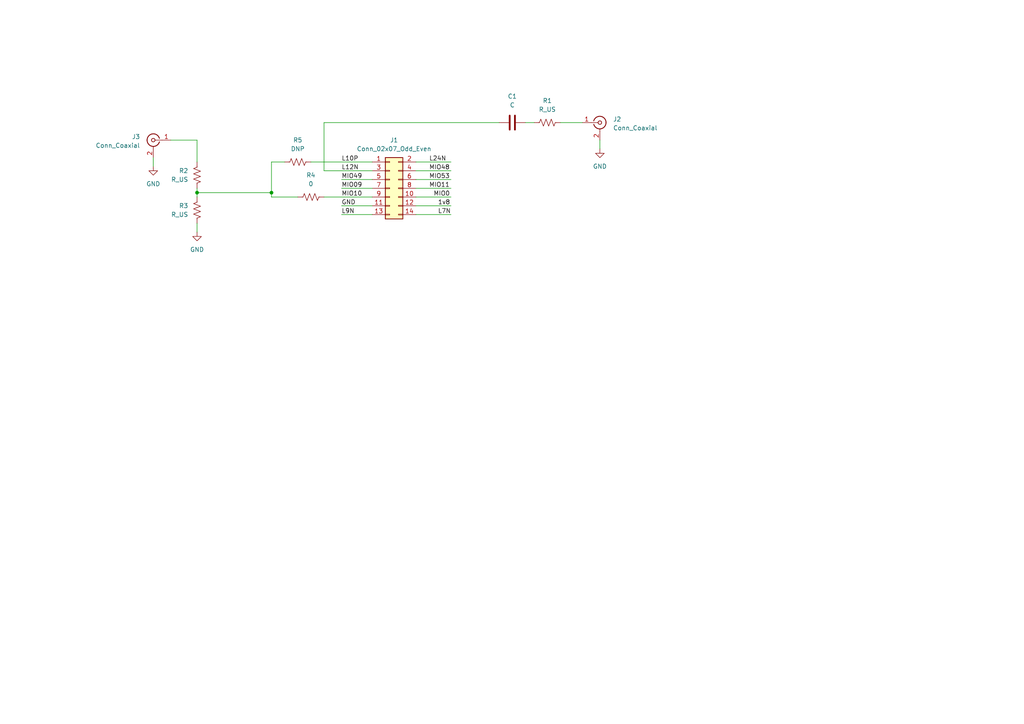
<source format=kicad_sch>
(kicad_sch (version 20231120) (generator "eeschema") (generator_version "8.0")
  (paper "A4")
  (lib_symbols
    (symbol "Connector:Conn_Coaxial" (pin_names (offset 1.016) hide)
      (property "Reference" "J" (at 0.254 3.048 0))
      (property "Value" "Conn_Coaxial" (at 2.921 0 90))
      (symbol "Conn_Coaxial_0_1"
        (arc (start -1.778 -0.508) (mid 0.2311 -1.8066) (end 1.778 0) (stroke (width 0.254)))
        (polyline (pts (xy -2.54 0) (xy -0.508 0)))
        (polyline (pts (xy 0 -2.54) (xy 0 -1.778)))
        (circle (center 0 0) (radius 0.508) (stroke (width 0.2032)))
        (arc (start 1.778 0) (mid 0.2099 1.8101) (end -1.778 0.508) (stroke (width 0.254)))
      )
      (symbol "Conn_Coaxial_1_1"
        (pin passive line (at -5.08 0 0) (length 2.54) (name "In") (number "1"))
        (pin passive line (at 0 -5.08 90) (length 2.54) (name "Ext") (number "2"))
      )
    )
    (symbol "Connector_Generic:Conn_02x07_Odd_Even" (pin_names (offset 1.016) hide)
      (property "Reference" "J" (at 1.27 10.16 0))
      (property "Value" "Conn_02x07_Odd_Even" (at 1.27 -10.16 0))
      (symbol "Conn_02x07_Odd_Even_1_1"
        (rectangle (start -1.27 -7.493) (end 0 -7.747) (stroke (width 0.1524)))
        (rectangle (start -1.27 -4.953) (end 0 -5.207) (stroke (width 0.1524)))
        (rectangle (start -1.27 -2.413) (end 0 -2.667) (stroke (width 0.1524)))
        (rectangle (start -1.27 0.127) (end 0 -0.127) (stroke (width 0.1524)))
        (rectangle (start -1.27 2.667) (end 0 2.413) (stroke (width 0.1524)))
        (rectangle (start -1.27 5.207) (end 0 4.953) (stroke (width 0.1524)))
        (rectangle (start -1.27 7.747) (end 0 7.493) (stroke (width 0.1524)))
        (rectangle (start -1.27 8.89) (end 3.81 -8.89) (stroke (width 0.254)) (fill (type background)))
        (rectangle (start 3.81 -7.493) (end 2.54 -7.747) (stroke (width 0.1524)))
        (rectangle (start 3.81 -4.953) (end 2.54 -5.207) (stroke (width 0.1524)))
        (rectangle (start 3.81 -2.413) (end 2.54 -2.667) (stroke (width 0.1524)))
        (rectangle (start 3.81 0.127) (end 2.54 -0.127) (stroke (width 0.1524)))
        (rectangle (start 3.81 2.667) (end 2.54 2.413) (stroke (width 0.1524)))
        (rectangle (start 3.81 5.207) (end 2.54 4.953) (stroke (width 0.1524)))
        (rectangle (start 3.81 7.747) (end 2.54 7.493) (stroke (width 0.1524)))
        (pin passive line (at -5.08 7.62 0) (length 3.81) (name "Pin_1") (number "1"))
        (pin passive line (at 7.62 -2.54 180) (length 3.81) (name "Pin_10") (number "10"))
        (pin passive line (at -5.08 -5.08 0) (length 3.81) (name "Pin_11") (number "11"))
        (pin passive line (at 7.62 -5.08 180) (length 3.81) (name "Pin_12") (number "12"))
        (pin passive line (at -5.08 -7.62 0) (length 3.81) (name "Pin_13") (number "13"))
        (pin passive line (at 7.62 -7.62 180) (length 3.81) (name "Pin_14") (number "14"))
        (pin passive line (at 7.62 7.62 180) (length 3.81) (name "Pin_2") (number "2"))
        (pin passive line (at -5.08 5.08 0) (length 3.81) (name "Pin_3") (number "3"))
        (pin passive line (at 7.62 5.08 180) (length 3.81) (name "Pin_4") (number "4"))
        (pin passive line (at -5.08 2.54 0) (length 3.81) (name "Pin_5") (number "5"))
        (pin passive line (at 7.62 2.54 180) (length 3.81) (name "Pin_6") (number "6"))
        (pin passive line (at -5.08 0 0) (length 3.81) (name "Pin_7") (number "7"))
        (pin passive line (at 7.62 0 180) (length 3.81) (name "Pin_8") (number "8"))
        (pin passive line (at -5.08 -2.54 0) (length 3.81) (name "Pin_9") (number "9"))
      )
    )
    (symbol "Device:C" (pin_numbers hide) (pin_names (offset 0.254))
      (property "Reference" "C" (at 0.635 2.54 0))
      (property "Value" "C" (at 0.635 -2.54 0))
      (symbol "C_0_1"
        (polyline (pts (xy -2.032 -0.762) (xy 2.032 -0.762)) (stroke (width 0.508)))
        (polyline (pts (xy -2.032 0.762) (xy 2.032 0.762)) (stroke (width 0.508)))
      )
      (symbol "C_1_1"
        (pin passive line (at 0 3.81 270) (length 2.794) (name "~") (number "1"))
        (pin passive line (at 0 -3.81 90) (length 2.794) (name "~") (number "2"))
      )
    )
    (symbol "Device:R_US" (pin_numbers hide) (pin_names (offset 0))
      (property "Reference" "R" (at 2.54 0 90))
      (property "Value" "R_US" (at -2.54 0 90))
      (symbol "R_US_0_1"
        (polyline (pts (xy 0 -2.286) (xy 0 -2.54)))
        (polyline (pts (xy 0 2.286) (xy 0 2.54)))
        (polyline (pts (xy 0 -0.762) (xy 1.016 -1.143) (xy 0 -1.524) (xy -1.016 -1.905) (xy 0 -2.286)))
        (polyline (pts (xy 0 0.762) (xy 1.016 0.381) (xy 0 0) (xy -1.016 -0.381) (xy 0 -0.762)))
        (polyline (pts (xy 0 2.286) (xy 1.016 1.905) (xy 0 1.524) (xy -1.016 1.143) (xy 0 0.762)))
      )
      (symbol "R_US_1_1"
        (pin passive line (at 0 3.81 270) (length 1.27) (name "~") (number "1"))
        (pin passive line (at 0 -3.81 90) (length 1.27) (name "~") (number "2"))
      )
    )
    (symbol "power:GND" (power) (pin_names (offset 0))
      (property "Value" "GND" (at 0 -3.81 0))
      (symbol "GND_0_1"
        (polyline (pts (xy 0 0) (xy 0 -1.27) (xy 1.27 -1.27) (xy 0 -2.54) (xy -1.27 -1.27) (xy 0 -1.27)))
      )
      (symbol "GND_1_1"
        (pin power_in line (at 0 0 270) (length 0) hide (name "GND") (number "1"))
      )
    )
  )
  (junction (at 78.74 55.88))
  (junction (at 57.15 55.88))
  (wire (pts (xy 44.45 45.72) (xy 44.45 48.26)))
  (wire (pts (xy 173.99 40.64) (xy 173.99 43.18)))
  (wire (pts (xy 57.15 55.88) (xy 57.15 57.15)))
  (wire (pts (xy 57.15 54.61) (xy 57.15 55.88)))
  (wire (pts (xy 162.56 35.56) (xy 168.91 35.56)))
  (wire (pts (xy 120.65 52.07) (xy 130.81 52.07)))
  (wire (pts (xy 120.65 49.53) (xy 130.81 49.53)))
  (wire (pts (xy 99.06 54.61) (xy 107.95 54.61)))
  (wire (pts (xy 120.65 62.23) (xy 130.81 62.23)))
  (wire (pts (xy 57.15 55.88) (xy 78.74 55.88)))
  (wire (pts (xy 78.74 57.15) (xy 86.36 57.15)))
  (wire (pts (xy 93.98 35.56) (xy 93.98 49.53)))
  (wire (pts (xy 78.74 46.99) (xy 78.74 55.88)))
  (wire (pts (xy 49.53 40.64) (xy 57.15 40.64)))
  (wire (pts (xy 99.06 62.23) (xy 107.95 62.23)))
  (wire (pts (xy 78.74 55.88) (xy 78.74 57.15)))
  (wire (pts (xy 93.98 35.56) (xy 144.78 35.56)))
  (wire (pts (xy 120.65 46.99) (xy 130.81 46.99)))
  (wire (pts (xy 152.4 35.56) (xy 154.94 35.56)))
  (wire (pts (xy 90.17 46.99) (xy 107.95 46.99)))
  (wire (pts (xy 120.65 59.69) (xy 130.81 59.69)))
  (wire (pts (xy 93.98 49.53) (xy 107.95 49.53)))
  (wire (pts (xy 57.15 64.77) (xy 57.15 67.31)))
  (wire (pts (xy 93.98 57.15) (xy 107.95 57.15)))
  (wire (pts (xy 99.06 59.69) (xy 107.95 59.69)))
  (wire (pts (xy 120.65 57.15) (xy 130.81 57.15)))
  (wire (pts (xy 57.15 46.99) (xy 57.15 40.64)))
  (wire (pts (xy 82.55 46.99) (xy 78.74 46.99)))
  (wire (pts (xy 99.06 52.07) (xy 107.95 52.07)))
  (wire (pts (xy 120.65 54.61) (xy 130.81 54.61)))
  (label "GND" (at 99.06 59.69 0))
  (label "MIO48" (at 124.46 49.53 0))
  (label "L7N" (at 127 62.23 0))
  (label "L12N" (at 99.06 49.53 0))
  (label "MIO11" (at 124.46 54.61 0))
  (label "L10P" (at 99.06 46.99 0))
  (label "MIO53" (at 124.46 52.07 0))
  (label "MIO09" (at 99.06 54.61 0))
  (label "MIO0" (at 125.73 57.15 0))
  (label "MIO49" (at 99.06 52.07 0))
  (label "L9N" (at 99.06 62.23 0))
  (label "1v8" (at 127 59.69 0))
  (label "L24N" (at 124.46 46.99 0))
  (label "MIO10" (at 99.06 57.15 0))
  (symbol (lib_id "Device:R_US") (at 158.75 35.56 90) (unit 1)
    (property "Reference" "R1" (at 158.75 29.21 90))
    (property "Value" "R_US" (at 158.75 31.75 90))
    (property "Footprint" "Resistor_SMD:R_0603_1608Metric" (effects (hide yes)))
  )
  (symbol (lib_id "power:GND") (at 173.99 43.18 0) (mirror y) (unit 1)
    (property "Reference" "#PWR03" (effects (hide yes)))
    (property "Value" "GND" (at 173.99 48.26 0))
  )
  (symbol (lib_id "Connector_Generic:Conn_02x07_Odd_Even") (at 113.03 54.61 0) (unit 1)
    (property "Reference" "J1" (at 114.3 40.64 0))
    (property "Value" "Conn_02x07_Odd_Even" (at 114.3 43.18 0))
    (property "Footprint" "Connector_PinHeader_2.54mm:PinHeader_2x07_P2.54mm_Horizontal" (effects (hide yes)))
  )
  (symbol (lib_id "power:GND") (at 57.15 67.31 0) (mirror y) (unit 1)
    (property "Reference" "#PWR01" (effects (hide yes)))
    (property "Value" "GND" (at 57.15 72.39 0))
  )
  (symbol (lib_id "power:GND") (at 44.45 48.26 0) (mirror y) (unit 1)
    (property "Reference" "#PWR02" (effects (hide yes)))
    (property "Value" "GND" (at 44.45 53.34 0))
  )
  (symbol (lib_id "Device:R_US") (at 57.15 60.96 0) (mirror x) (unit 1)
    (property "Reference" "R3" (at 54.61 59.69 0) (effects (justify right)))
    (property "Value" "R_US" (at 54.61 62.23 0) (effects (justify right)))
    (property "Footprint" "Resistor_SMD:R_0603_1608Metric" (effects (hide yes)))
  )
  (symbol (lib_id "Device:R_US") (at 86.36 46.99 90) (unit 1)
    (property "Reference" "R5" (at 86.36 40.64 90))
    (property "Value" "DNP" (at 86.36 43.18 90))
    (property "Footprint" "Resistor_SMD:R_0603_1608Metric" (effects (hide yes)))
    (property "Description" "Resistor, US symbol" (effects (hide yes)))
  )
  (symbol (lib_id "Device:R_US") (at 90.17 57.15 90) (unit 1)
    (property "Reference" "R4" (at 90.17 50.8 90))
    (property "Value" "0" (at 90.17 53.34 90))
    (property "Footprint" "Resistor_SMD:R_0603_1608Metric" (effects (hide yes)))
    (property "Description" "Resistor, US symbol" (effects (hide yes)))
  )
  (symbol (lib_id "Connector:Conn_Coaxial") (at 44.45 40.64 0) (mirror y) (unit 1)
    (property "Reference" "J3" (at 40.64 39.6632 0) (effects (justify left)))
    (property "Value" "Conn_Coaxial" (at 40.64 42.2032 0) (effects (justify left)))
    (property "Footprint" "Connector_Coaxial:SMA_Amphenol_901-144_Vertical" (effects (hide yes)))
    (property "Datasheet" " ~" (effects (hide yes)))
  )
  (symbol (lib_id "Connector:Conn_Coaxial") (at 173.99 35.56 0) (unit 1)
    (property "Reference" "J2" (at 177.8 34.5832 0) (effects (justify left)))
    (property "Value" "Conn_Coaxial" (at 177.8 37.1232 0) (effects (justify left)))
    (property "Footprint" "Connector_Coaxial:SMA_Amphenol_901-144_Vertical" (effects (hide yes)))
    (property "Datasheet" " ~" (effects (hide yes)))
  )
  (symbol (lib_id "Device:R_US") (at 57.15 50.8 0) (mirror x) (unit 1)
    (property "Reference" "R2" (at 54.61 49.53 0) (effects (justify right)))
    (property "Value" "R_US" (at 54.61 52.07 0) (effects (justify right)))
    (property "Footprint" "Resistor_SMD:R_0603_1608Metric" (effects (hide yes)))
  )
  (symbol (lib_id "Device:C") (at 148.59 35.56 90) (unit 1)
    (property "Reference" "C1" (at 148.59 27.94 90))
    (property "Value" "C" (at 148.59 30.48 90))
    (property "Footprint" "Capacitor_SMD:C_0603_1608Metric" (effects (hide yes)))
  )
)
</source>
